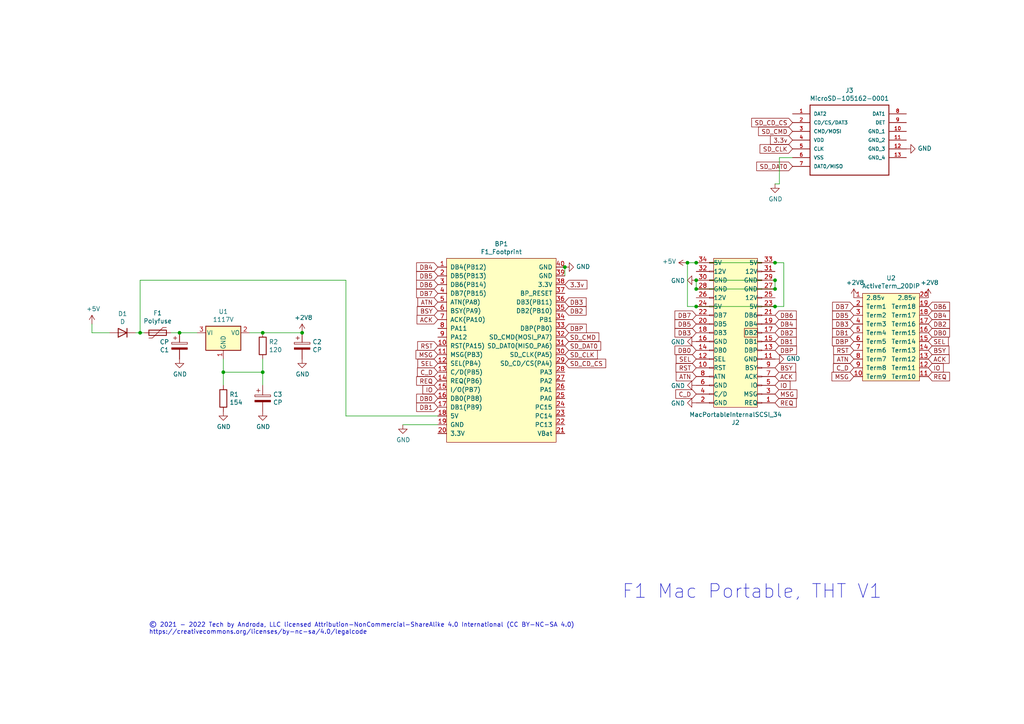
<source format=kicad_sch>
(kicad_sch (version 20211123) (generator eeschema)
  (paper "A4")
  (lib_symbols
    (symbol "Device:CP" (pin_numbers hide) (pin_names (offset 0.254))
      (property "Reference" "C" (at 0.635 2.54 0))
      (property "Value" "Device_CP" (at 0.635 -2.54 0))
      (symbol "CP_0_1"
        (rectangle (start -2.286 0.508) (end 2.286 1.016))
        (polyline (pts (xy -1.778 2.286) (xy -0.762 2.286)))
        (polyline (pts (xy -1.27 2.794) (xy -1.27 1.778)))
        (rectangle (start 2.286 -0.508) (end -2.286 -1.016) (fill (type outline)))
      )
      (symbol "CP_1_1"
        (pin passive line (at 0 3.81 270) (length 2.794) (name "~") (number "1"))
        (pin passive line (at 0 -3.81 90) (length 2.794) (name "~") (number "2"))
      )
    )
    (symbol "Device:D" (pin_numbers hide) (pin_names (offset 1.016) hide)
      (property "Reference" "D" (at 0 2.54 0))
      (property "Value" "D" (at 0 -2.54 0))
      (symbol "D_0_1"
        (polyline (pts (xy -1.27 1.27) (xy -1.27 -1.27)) (stroke (width 0.254)))
        (polyline (pts (xy 1.27 0) (xy -1.27 0)))
        (polyline (pts (xy 1.27 1.27) (xy 1.27 -1.27) (xy -1.27 0) (xy 1.27 1.27)) (stroke (width 0.254)))
      )
      (symbol "D_1_1"
        (pin passive line (at -3.81 0 0) (length 2.54) (name "K") (number "1"))
        (pin passive line (at 3.81 0 180) (length 2.54) (name "A") (number "2"))
      )
    )
    (symbol "Device:Polyfuse" (pin_numbers hide) (pin_names (offset 0))
      (property "Reference" "F" (at -2.54 0 90))
      (property "Value" "Polyfuse" (at 2.54 0 90))
      (symbol "Polyfuse_0_1"
        (rectangle (start -0.762 2.54) (end 0.762 -2.54) (stroke (width 0.254)))
        (polyline (pts (xy 0 2.54) (xy 0 -2.54)))
        (polyline (pts (xy -1.524 2.54) (xy -1.524 1.524) (xy 1.524 -1.524) (xy 1.524 -2.54)))
      )
      (symbol "Polyfuse_1_1"
        (pin passive line (at 0 3.81 270) (length 1.27) (name "~") (number "1"))
        (pin passive line (at 0 -3.81 90) (length 1.27) (name "~") (number "2"))
      )
    )
    (symbol "Device:R" (pin_numbers hide) (pin_names (offset 0))
      (property "Reference" "R" (at 2.032 0 90))
      (property "Value" "R" (at 0 0 90))
      (symbol "R_0_1"
        (rectangle (start -1.016 -2.54) (end 1.016 2.54) (stroke (width 0.254)))
      )
      (symbol "R_1_1"
        (pin passive line (at 0 3.81 270) (length 1.27) (name "~") (number "1"))
        (pin passive line (at 0 -3.81 90) (length 1.27) (name "~") (number "2"))
      )
    )
    (symbol "MacPortable_THTV1-rescue:ActiveTerm_20DIP-custom_symbols" (pin_names (offset 1.016))
      (property "Reference" "U" (at 0 0 0))
      (property "Value" "ActiveTerm_20DIP-custom_symbols" (at 0 2.54 0))
      (symbol "ActiveTerm_20DIP-custom_symbols_0_1"
        (rectangle (start -7.62 -2.54) (end 8.89 -27.94) (fill (type background)))
      )
      (symbol "ActiveTerm_20DIP-custom_symbols_1_1"
        (pin input line (at -10.16 -3.81 0) (length 2.54) (name "2.85v") (number "1"))
        (pin input line (at -10.16 -26.67 0) (length 2.54) (name "Term9") (number "10"))
        (pin input line (at 11.43 -26.67 180) (length 2.54) (name "Term10") (number "11"))
        (pin input line (at 11.43 -24.13 180) (length 2.54) (name "Term11") (number "12"))
        (pin input line (at 11.43 -21.59 180) (length 2.54) (name "Term12") (number "13"))
        (pin input line (at 11.43 -19.05 180) (length 2.54) (name "Term13") (number "14"))
        (pin input line (at 11.43 -16.51 180) (length 2.54) (name "Term14") (number "15"))
        (pin input line (at 11.43 -13.97 180) (length 2.54) (name "Term15") (number "16"))
        (pin input line (at 11.43 -11.43 180) (length 2.54) (name "Term16") (number "17"))
        (pin input line (at 11.43 -8.89 180) (length 2.54) (name "Term17") (number "18"))
        (pin input line (at 11.43 -6.35 180) (length 2.54) (name "Term18") (number "19"))
        (pin input line (at -10.16 -6.35 0) (length 2.54) (name "Term1") (number "2"))
        (pin input line (at 11.43 -3.81 180) (length 2.54) (name "2.85v") (number "20"))
        (pin input line (at -10.16 -8.89 0) (length 2.54) (name "Term2") (number "3"))
        (pin input line (at -10.16 -11.43 0) (length 2.54) (name "Term3") (number "4"))
        (pin input line (at -10.16 -13.97 0) (length 2.54) (name "Term4") (number "5"))
        (pin input line (at -10.16 -16.51 0) (length 2.54) (name "Term5") (number "6"))
        (pin input line (at -10.16 -19.05 0) (length 2.54) (name "Term6") (number "7"))
        (pin input line (at -10.16 -21.59 0) (length 2.54) (name "Term7") (number "8"))
        (pin input line (at -10.16 -24.13 0) (length 2.54) (name "Term8") (number "9"))
      )
    )
    (symbol "Regulator_Linear:AMS1117CD-2.85" (pin_names (offset 0.254))
      (property "Reference" "U" (at -3.81 3.175 0))
      (property "Value" "AMS1117CD-2.85" (at 0 3.175 0))
      (symbol "AMS1117CD-2.85_0_1"
        (rectangle (start -5.08 -5.08) (end 5.08 1.905) (stroke (width 0.254)) (fill (type background)))
      )
      (symbol "AMS1117CD-2.85_1_1"
        (pin power_in line (at 0 -7.62 90) (length 2.54) (name "GND") (number "1"))
        (pin power_out line (at 7.62 0 180) (length 2.54) (name "VO") (number "2"))
        (pin power_in line (at -7.62 0 0) (length 2.54) (name "VI") (number "3"))
      )
    )
    (symbol "custom_symbols:BlueSCSI" (pin_names (offset 1.016))
      (property "Reference" "BP" (at 0 1.27 0))
      (property "Value" "custom_symbols_BlueSCSI" (at 0 5.08 0))
      (symbol "BlueSCSI_0_1"
        (rectangle (start 16.51 -1.27) (end -15.24 -54.61) (fill (type background)))
      )
      (symbol "BlueSCSI_1_1"
        (pin bidirectional line (at -17.78 -3.81 0) (length 2.54) (name "DB4(PB12)") (number "1"))
        (pin bidirectional line (at -17.78 -26.67 0) (length 2.54) (name "RST(PA15)") (number "10"))
        (pin bidirectional line (at -17.78 -29.21 0) (length 2.54) (name "MSG(PB3)") (number "11"))
        (pin bidirectional line (at -17.78 -31.75 0) (length 2.54) (name "SEL(PB4)") (number "12"))
        (pin bidirectional line (at -17.78 -34.29 0) (length 2.54) (name "C/D(PB5)") (number "13"))
        (pin bidirectional line (at -17.78 -36.83 0) (length 2.54) (name "REQ(PB6)") (number "14"))
        (pin bidirectional line (at -17.78 -39.37 0) (length 2.54) (name "I/O(PB7)") (number "15"))
        (pin bidirectional line (at -17.78 -41.91 0) (length 2.54) (name "DB0(PB8)") (number "16"))
        (pin bidirectional line (at -17.78 -44.45 0) (length 2.54) (name "DB1(PB9)") (number "17"))
        (pin power_in line (at -17.78 -46.99 0) (length 2.54) (name "5V") (number "18"))
        (pin power_in line (at -17.78 -49.53 0) (length 2.54) (name "GND") (number "19"))
        (pin bidirectional line (at -17.78 -6.35 0) (length 2.54) (name "DB5(PB13)") (number "2"))
        (pin power_in line (at -17.78 -52.07 0) (length 2.54) (name "3.3V") (number "20"))
        (pin power_in line (at 19.05 -52.07 180) (length 2.54) (name "VBat") (number "21"))
        (pin bidirectional line (at 19.05 -49.53 180) (length 2.54) (name "PC13") (number "22"))
        (pin bidirectional line (at 19.05 -46.99 180) (length 2.54) (name "PC14") (number "23"))
        (pin bidirectional line (at 19.05 -44.45 180) (length 2.54) (name "PC15") (number "24"))
        (pin bidirectional line (at 19.05 -41.91 180) (length 2.54) (name "PA0") (number "25"))
        (pin bidirectional line (at 19.05 -39.37 180) (length 2.54) (name "PA1") (number "26"))
        (pin bidirectional line (at 19.05 -36.83 180) (length 2.54) (name "PA2") (number "27"))
        (pin bidirectional line (at 19.05 -34.29 180) (length 2.54) (name "PA3") (number "28"))
        (pin bidirectional line (at 19.05 -31.75 180) (length 2.54) (name "SD_CD/CS(PA4)") (number "29"))
        (pin bidirectional line (at -17.78 -8.89 0) (length 2.54) (name "DB6(PB14)") (number "3"))
        (pin bidirectional line (at 19.05 -29.21 180) (length 2.54) (name "SD_CLK(PA5)") (number "30"))
        (pin bidirectional line (at 19.05 -26.67 180) (length 2.54) (name "SD_DAT0(MISO_PA6)") (number "31"))
        (pin bidirectional line (at 19.05 -24.13 180) (length 2.54) (name "SD_CMD(MOSI_PA7)") (number "32"))
        (pin bidirectional line (at 19.05 -21.59 180) (length 2.54) (name "DBP(PB0)") (number "33"))
        (pin bidirectional line (at 19.05 -19.05 180) (length 2.54) (name "PB1") (number "34"))
        (pin bidirectional line (at 19.05 -16.51 180) (length 2.54) (name "DB2(PB10)") (number "35"))
        (pin bidirectional line (at 19.05 -13.97 180) (length 2.54) (name "DB3(PB11)") (number "36"))
        (pin input line (at 19.05 -11.43 180) (length 2.54) (name "BP_RESET") (number "37"))
        (pin power_in line (at 19.05 -8.89 180) (length 2.54) (name "3.3V") (number "38"))
        (pin power_in line (at 19.05 -6.35 180) (length 2.54) (name "GND") (number "39"))
        (pin bidirectional line (at -17.78 -11.43 0) (length 2.54) (name "DB7(PB15)") (number "4"))
        (pin power_in line (at 19.05 -3.81 180) (length 2.54) (name "GND") (number "40"))
        (pin bidirectional line (at -17.78 -13.97 0) (length 2.54) (name "ATN(PA8)") (number "5"))
        (pin bidirectional line (at -17.78 -16.51 0) (length 2.54) (name "BSY(PA9)") (number "6"))
        (pin bidirectional line (at -17.78 -19.05 0) (length 2.54) (name "ACK(PA10)") (number "7"))
        (pin bidirectional line (at -17.78 -21.59 0) (length 2.54) (name "PA11") (number "8"))
        (pin bidirectional line (at -17.78 -24.13 0) (length 2.54) (name "PA12") (number "9"))
      )
    )
    (symbol "custom_symbols:MacPortableInternalSCSI_34" (pin_names (offset 1.1938))
      (property "Reference" "J" (at -3.81 22.86 0))
      (property "Value" "custom_symbols_MacPortableInternalSCSI_34" (at -3.81 -22.86 0))
      (symbol "MacPortableInternalSCSI_34_0_1"
        (rectangle (start -10.16 1.27) (end -6.35 -1.27))
        (rectangle (start -10.16 21.59) (end 2.54 -21.59) (fill (type background)))
      )
      (symbol "MacPortableInternalSCSI_34_1_1"
        (rectangle (start -11.43 -20.193) (end -10.16 -20.447) (stroke (width 0.1524)))
        (rectangle (start -11.43 -17.653) (end -10.16 -17.907) (stroke (width 0.1524)))
        (rectangle (start -11.43 -15.113) (end -10.16 -15.367) (stroke (width 0.1524)))
        (rectangle (start -11.43 -12.573) (end -10.16 -12.827) (stroke (width 0.1524)))
        (rectangle (start -11.43 -10.033) (end -10.16 -10.287) (stroke (width 0.1524)))
        (rectangle (start -11.43 -7.493) (end -10.16 -7.747) (stroke (width 0.1524)))
        (rectangle (start -11.43 -4.953) (end -10.16 -5.207) (stroke (width 0.1524)))
        (rectangle (start -11.43 -2.413) (end -10.16 -2.667) (stroke (width 0.1524)))
        (rectangle (start -11.43 0.127) (end -10.16 -0.127) (stroke (width 0.1524)))
        (rectangle (start -11.43 2.667) (end -10.16 2.413) (stroke (width 0.1524)))
        (rectangle (start -11.43 5.207) (end -10.16 4.953) (stroke (width 0.1524)))
        (rectangle (start -11.43 7.747) (end -10.16 7.493) (stroke (width 0.1524)))
        (rectangle (start -11.43 10.287) (end -10.16 10.033) (stroke (width 0.1524)))
        (rectangle (start -11.43 12.827) (end -10.16 12.573) (stroke (width 0.1524)))
        (rectangle (start -11.43 15.367) (end -10.16 15.113) (stroke (width 0.1524)))
        (rectangle (start -11.43 17.907) (end -10.16 17.653) (stroke (width 0.1524)))
        (rectangle (start -11.43 20.447) (end -10.16 20.193) (stroke (width 0.1524)))
        (rectangle (start 3.81 -20.193) (end 2.54 -20.447) (stroke (width 0.1524)))
        (rectangle (start 3.81 -17.653) (end 2.54 -17.907) (stroke (width 0.1524)))
        (rectangle (start 3.81 -15.113) (end 2.54 -15.367) (stroke (width 0.1524)))
        (rectangle (start 3.81 -12.573) (end 2.54 -12.827) (stroke (width 0.1524)))
        (rectangle (start 3.81 -10.033) (end 2.54 -10.287) (stroke (width 0.1524)))
        (rectangle (start 3.81 -7.493) (end 2.54 -7.747) (stroke (width 0.1524)))
        (rectangle (start 3.81 -4.953) (end 2.54 -5.207) (stroke (width 0.1524)))
        (rectangle (start 3.81 -2.413) (end 2.54 -2.667) (stroke (width 0.1524)))
        (rectangle (start 3.81 0.127) (end 2.54 -0.127) (stroke (width 0.1524)))
        (rectangle (start 3.81 2.667) (end 2.54 2.413) (stroke (width 0.1524)))
        (rectangle (start 3.81 5.207) (end 2.54 4.953) (stroke (width 0.1524)))
        (rectangle (start 3.81 7.747) (end 2.54 7.493) (stroke (width 0.1524)))
        (rectangle (start 3.81 10.287) (end 2.54 10.033) (stroke (width 0.1524)))
        (rectangle (start 3.81 12.827) (end 2.54 12.573) (stroke (width 0.1524)))
        (rectangle (start 3.81 15.367) (end 2.54 15.113) (stroke (width 0.1524)))
        (rectangle (start 3.81 17.907) (end 2.54 17.653) (stroke (width 0.1524)))
        (rectangle (start 3.81 20.447) (end 2.54 20.193) (stroke (width 0.1524)))
        (pin passive line (at -15.24 20.32 0) (length 3.81) (name "REQ") (number "1"))
        (pin passive line (at 7.62 10.16 180) (length 3.81) (name "RST") (number "10"))
        (pin passive line (at -15.24 7.62 0) (length 3.81) (name "GND") (number "11"))
        (pin passive line (at 7.62 7.62 180) (length 3.81) (name "SEL") (number "12"))
        (pin passive line (at -15.24 5.08 0) (length 3.81) (name "DBP") (number "13"))
        (pin passive line (at 7.62 5.08 180) (length 3.81) (name "DB0") (number "14"))
        (pin passive line (at -15.24 2.54 0) (length 3.81) (name "DB1") (number "15"))
        (pin passive line (at 7.62 2.54 180) (length 3.81) (name "GND") (number "16"))
        (pin passive line (at -15.24 0 0) (length 3.81) (name "DB2") (number "17"))
        (pin passive line (at 7.62 0 180) (length 3.81) (name "DB3") (number "18"))
        (pin passive line (at -15.24 -2.54 0) (length 3.81) (name "DB4") (number "19"))
        (pin passive line (at 7.62 20.32 180) (length 3.81) (name "GND") (number "2"))
        (pin passive line (at 7.62 -2.54 180) (length 3.81) (name "DB5") (number "20"))
        (pin passive line (at -15.24 -5.08 0) (length 3.81) (name "DB6") (number "21"))
        (pin passive line (at 7.62 -5.08 180) (length 3.81) (name "DB7") (number "22"))
        (pin passive line (at -15.24 -7.62 0) (length 3.81) (name "5V") (number "23"))
        (pin passive line (at 7.62 -7.62 180) (length 3.81) (name "5V") (number "24"))
        (pin passive line (at -15.24 -10.16 0) (length 3.81) (name "12V") (number "25"))
        (pin passive line (at 7.62 -10.16 180) (length 3.81) (name "12V") (number "26"))
        (pin passive line (at -15.24 -12.7 0) (length 3.81) (name "GND") (number "27"))
        (pin passive line (at 7.62 -12.7 180) (length 3.81) (name "GND") (number "28"))
        (pin passive line (at -15.24 -15.24 0) (length 3.81) (name "GND") (number "29"))
        (pin passive line (at -15.24 17.78 0) (length 3.81) (name "MSG") (number "3"))
        (pin passive line (at 7.62 -15.24 180) (length 3.81) (name "GND") (number "30"))
        (pin passive line (at -15.24 -17.78 0) (length 3.81) (name "12V") (number "31"))
        (pin passive line (at 7.62 -17.78 180) (length 3.81) (name "12V") (number "32"))
        (pin passive line (at -15.24 -20.32 0) (length 3.81) (name "5V") (number "33"))
        (pin passive line (at 7.62 -20.32 180) (length 3.81) (name "5V") (number "34"))
        (pin passive line (at 7.62 17.78 180) (length 3.81) (name "C/D") (number "4"))
        (pin passive line (at -15.24 15.24 0) (length 3.81) (name "IO") (number "5"))
        (pin passive line (at 7.62 15.24 180) (length 3.81) (name "GND") (number "6"))
        (pin passive line (at -15.24 12.7 0) (length 3.81) (name "ACK") (number "7"))
        (pin passive line (at 7.62 12.7 180) (length 3.81) (name "ATN") (number "8"))
        (pin passive line (at -15.24 10.16 0) (length 3.81) (name "BSY") (number "9"))
      )
    )
    (symbol "custom_symbols:MicroSD-105162-0001" (pin_names (offset 1.016))
      (property "Reference" "J" (at 29.21 7.62 0))
      (property "Value" "custom_symbols_MicroSD-105162-0001" (at 29.21 5.08 0))
      (symbol "MicroSD-105162-0001_0_0"
        (polyline (pts (xy 5.08 2.54) (xy 5.08 -17.78)) (stroke (width 0.254)))
        (polyline (pts (xy 5.08 2.54) (xy 27.94 2.54)) (stroke (width 0.254)))
        (polyline (pts (xy 27.94 -17.78) (xy 5.08 -17.78)) (stroke (width 0.254)))
        (polyline (pts (xy 27.94 -17.78) (xy 27.94 2.54)) (stroke (width 0.254)))
        (pin bidirectional line (at 0 0 0) (length 5.08) (name "DAT2") (number "1"))
        (pin bidirectional line (at 33.02 -5.08 180) (length 5.08) (name "GND_1") (number "10"))
        (pin bidirectional line (at 33.02 -7.62 180) (length 5.08) (name "GND_2") (number "11"))
        (pin bidirectional line (at 33.02 -10.16 180) (length 5.08) (name "GND_3") (number "12"))
        (pin bidirectional line (at 33.02 -12.7 180) (length 5.08) (name "GND_4") (number "13"))
        (pin bidirectional line (at 0 -2.54 0) (length 5.08) (name "CD/CS/DAT3") (number "2"))
        (pin bidirectional line (at 0 -5.08 0) (length 5.08) (name "CMD/MOSI") (number "3"))
        (pin bidirectional line (at 0 -7.62 0) (length 5.08) (name "VDD") (number "4"))
        (pin bidirectional line (at 0 -10.16 0) (length 5.08) (name "CLK") (number "5"))
        (pin bidirectional line (at 0 -12.7 0) (length 5.08) (name "VSS") (number "6"))
        (pin bidirectional line (at 0 -15.24 0) (length 5.08) (name "DAT0/MISO") (number "7"))
        (pin bidirectional line (at 33.02 0 180) (length 5.08) (name "DAT1") (number "8"))
        (pin bidirectional line (at 33.02 -2.54 180) (length 5.08) (name "DET") (number "9"))
      )
    )
    (symbol "power:+2V8" (power) (pin_names (offset 0))
      (property "Value" "+2V8" (at 0 3.556 0))
      (symbol "+2V8_0_1"
        (polyline (pts (xy -0.762 1.27) (xy 0 2.54)))
        (polyline (pts (xy 0 0) (xy 0 2.54)))
        (polyline (pts (xy 0 2.54) (xy 0.762 1.27)))
      )
      (symbol "+2V8_1_1"
        (pin power_in line (at 0 0 90) (length 0) hide (name "+2V8") (number "1"))
      )
    )
    (symbol "power:+5V" (power) (pin_names (offset 0))
      (property "Value" "+5V" (at 0 3.556 0))
      (symbol "+5V_0_1"
        (polyline (pts (xy -0.762 1.27) (xy 0 2.54)))
        (polyline (pts (xy 0 0) (xy 0 2.54)))
        (polyline (pts (xy 0 2.54) (xy 0.762 1.27)))
      )
      (symbol "+5V_1_1"
        (pin power_in line (at 0 0 90) (length 0) hide (name "+5V") (number "1"))
      )
    )
    (symbol "power:GND" (power) (pin_names (offset 0))
      (property "Value" "GND" (at 0 -3.81 0))
      (symbol "GND_0_1"
        (polyline (pts (xy 0 0) (xy 0 -1.27) (xy 1.27 -1.27) (xy 0 -2.54) (xy -1.27 -1.27) (xy 0 -1.27)))
      )
      (symbol "GND_1_1"
        (pin power_in line (at 0 0 270) (length 0) hide (name "GND") (number "1"))
      )
    )
  )
  (junction (at 201.93 83.82))
  (junction (at 76.2 96.52))
  (junction (at 76.2 107.95))
  (junction (at 52.07 96.52))
  (junction (at 199.39 76.2))
  (junction (at 40.64 96.52))
  (junction (at 224.79 83.82))
  (junction (at 163.83 77.47))
  (junction (at 201.93 81.28))
  (junction (at 224.79 81.28))
  (junction (at 201.93 76.2))
  (junction (at 64.77 107.95))
  (junction (at 224.79 76.2))
  (junction (at 224.79 88.9))
  (junction (at 87.63 96.52))
  (junction (at 201.93 88.9))
  (wire (pts (xy 100.33 81.28) (xy 100.33 120.65)))
  (wire (pts (xy 31.75 96.52) (xy 26.67 96.52)))
  (wire (pts (xy 40.64 81.28) (xy 100.33 81.28)))
  (wire (pts (xy 224.79 83.82) (xy 201.93 83.82)))
  (wire (pts (xy 100.33 120.65) (xy 127 120.65)))
  (wire (pts (xy 40.64 81.28) (xy 40.64 96.52)))
  (wire (pts (xy 201.93 76.2) (xy 224.79 76.2)))
  (wire (pts (xy 201.93 88.9) (xy 199.39 88.9)))
  (wire (pts (xy 224.79 81.28) (xy 224.79 83.82)))
  (wire (pts (xy 199.39 76.2) (xy 201.93 76.2)))
  (wire (pts (xy 226.06 45.72) (xy 226.06 53.34)))
  (wire (pts (xy 201.93 81.28) (xy 224.79 81.28)))
  (wire (pts (xy 229.87 45.72) (xy 226.06 45.72)))
  (wire (pts (xy 201.93 83.82) (xy 201.93 81.28)))
  (wire (pts (xy 72.39 96.52) (xy 76.2 96.52)))
  (wire (pts (xy 49.53 96.52) (xy 52.07 96.52)))
  (wire (pts (xy 199.39 88.9) (xy 199.39 76.2)))
  (wire (pts (xy 76.2 104.14) (xy 76.2 107.95)))
  (wire (pts (xy 76.2 107.95) (xy 76.2 111.76)))
  (wire (pts (xy 224.79 88.9) (xy 201.93 88.9)))
  (wire (pts (xy 227.33 88.9) (xy 224.79 88.9)))
  (wire (pts (xy 26.67 96.52) (xy 26.67 93.98)))
  (wire (pts (xy 127 123.19) (xy 116.84 123.19)))
  (wire (pts (xy 64.77 107.95) (xy 64.77 111.76)))
  (wire (pts (xy 52.07 96.52) (xy 57.15 96.52)))
  (wire (pts (xy 64.77 104.14) (xy 64.77 107.95)))
  (wire (pts (xy 226.06 53.34) (xy 224.79 53.34)))
  (wire (pts (xy 40.64 96.52) (xy 39.37 96.52)))
  (wire (pts (xy 76.2 96.52) (xy 87.63 96.52)))
  (wire (pts (xy 41.91 96.52) (xy 40.64 96.52)))
  (wire (pts (xy 227.33 76.2) (xy 227.33 88.9)))
  (wire (pts (xy 224.79 76.2) (xy 227.33 76.2)))
  (wire (pts (xy 64.77 107.95) (xy 76.2 107.95)))
  (wire (pts (xy 163.83 80.01) (xy 163.83 77.47)))
  (text "© 2021 - 2022 Tech by Androda, LLC licensed Attribution-NonCommercial-ShareAlike 4.0 International (CC BY-NC-SA 4.0)\nhttps://creativecommons.org/licenses/by-nc-sa/4.0/legalcode" (at 43.18 184.15 0) (effects (font (size 1.27 1.27)) (justify left bottom)))
  (text "F1 Mac Portable, THT V1" (at 180.34 173.99 0) (effects (font (size 3.9878 3.9878)) (justify left bottom)))
  (global_label "SEL" (shape input) (at 127 105.41 180) (property "Intersheet References" "${INTERSHEET_REFS}" (effects hide)))
  (global_label "SD_CMD" (shape input) (at 229.87 38.1 180) (property "Intersheet References" "${INTERSHEET_REFS}" (effects hide)))
  (global_label "IO" (shape input) (at 269.24 106.68 0) (property "Intersheet References" "${INTERSHEET_REFS}" (effects hide)))
  (global_label "SD_DAT0" (shape input) (at 229.87 48.26 180) (property "Intersheet References" "${INTERSHEET_REFS}" (effects hide)))
  (global_label "SD_CLK" (shape input) (at 229.87 43.18 180) (property "Intersheet References" "${INTERSHEET_REFS}" (effects hide)))
  (global_label "MSG" (shape input) (at 224.79 114.3 0) (property "Intersheet References" "${INTERSHEET_REFS}" (effects hide)))
  (global_label "ACK" (shape input) (at 127 92.71 180) (property "Intersheet References" "${INTERSHEET_REFS}" (effects hide)))
  (global_label "ATN" (shape input) (at 201.93 109.22 180) (property "Intersheet References" "${INTERSHEET_REFS}" (effects hide)))
  (global_label "DB2" (shape input) (at 224.79 96.52 0) (property "Intersheet References" "${INTERSHEET_REFS}" (effects hide)))
  (global_label "DB5" (shape input) (at 127 80.01 180) (property "Intersheet References" "${INTERSHEET_REFS}" (effects hide)))
  (global_label "SEL" (shape input) (at 201.93 104.14 180) (property "Intersheet References" "${INTERSHEET_REFS}" (effects hide)))
  (global_label "DBP" (shape input) (at 224.79 101.6 0) (property "Intersheet References" "${INTERSHEET_REFS}" (effects hide)))
  (global_label "DB4" (shape input) (at 127 77.47 180) (property "Intersheet References" "${INTERSHEET_REFS}" (effects hide)))
  (global_label "SD_CD_CS" (shape input) (at 229.87 35.56 180) (property "Intersheet References" "${INTERSHEET_REFS}" (effects hide)))
  (global_label "DB0" (shape input) (at 127 115.57 180) (property "Intersheet References" "${INTERSHEET_REFS}" (effects hide)))
  (global_label "DB5" (shape input) (at 201.93 93.98 180) (property "Intersheet References" "${INTERSHEET_REFS}" (effects hide)))
  (global_label "DB6" (shape input) (at 224.79 91.44 0) (property "Intersheet References" "${INTERSHEET_REFS}" (effects hide)))
  (global_label "RST" (shape input) (at 201.93 106.68 180) (property "Intersheet References" "${INTERSHEET_REFS}" (effects hide)))
  (global_label "REQ" (shape input) (at 127 110.49 180) (property "Intersheet References" "${INTERSHEET_REFS}" (effects hide)))
  (global_label "DB4" (shape input) (at 224.79 93.98 0) (property "Intersheet References" "${INTERSHEET_REFS}" (effects hide)))
  (global_label "C_D" (shape input) (at 247.65 106.68 180) (property "Intersheet References" "${INTERSHEET_REFS}" (effects hide)))
  (global_label "3.3v" (shape input) (at 163.83 82.55 0) (property "Intersheet References" "${INTERSHEET_REFS}" (effects hide)))
  (global_label "RST" (shape input) (at 127 100.33 180) (property "Intersheet References" "${INTERSHEET_REFS}" (effects hide)))
  (global_label "RST" (shape input) (at 247.65 101.6 180) (property "Intersheet References" "${INTERSHEET_REFS}" (effects hide)))
  (global_label "3.3v" (shape input) (at 229.87 40.64 180) (property "Intersheet References" "${INTERSHEET_REFS}" (effects hide)))
  (global_label "MSG" (shape input) (at 247.65 109.22 180) (property "Intersheet References" "${INTERSHEET_REFS}" (effects hide)))
  (global_label "DBP" (shape input) (at 247.65 99.06 180) (property "Intersheet References" "${INTERSHEET_REFS}" (effects hide)))
  (global_label "DB2" (shape input) (at 269.24 93.98 0) (property "Intersheet References" "${INTERSHEET_REFS}" (effects hide)))
  (global_label "IO" (shape input) (at 224.79 111.76 0) (property "Intersheet References" "${INTERSHEET_REFS}" (effects hide)))
  (global_label "DB7" (shape input) (at 247.65 88.9 180) (property "Intersheet References" "${INTERSHEET_REFS}" (effects hide)))
  (global_label "DB1" (shape input) (at 127 118.11 180) (property "Intersheet References" "${INTERSHEET_REFS}" (effects hide)))
  (global_label "DB7" (shape input) (at 201.93 91.44 180) (property "Intersheet References" "${INTERSHEET_REFS}" (effects hide)))
  (global_label "DB2" (shape input) (at 163.83 90.17 0) (property "Intersheet References" "${INTERSHEET_REFS}" (effects hide)))
  (global_label "DB6" (shape input) (at 269.24 88.9 0) (property "Intersheet References" "${INTERSHEET_REFS}" (effects hide)))
  (global_label "ACK" (shape input) (at 224.79 109.22 0) (property "Intersheet References" "${INTERSHEET_REFS}" (effects hide)))
  (global_label "C_D" (shape input) (at 127 107.95 180) (property "Intersheet References" "${INTERSHEET_REFS}" (effects hide)))
  (global_label "DB0" (shape input) (at 269.24 96.52 0) (property "Intersheet References" "${INTERSHEET_REFS}" (effects hide)))
  (global_label "DB3" (shape input) (at 163.83 87.63 0) (property "Intersheet References" "${INTERSHEET_REFS}" (effects hide)))
  (global_label "BSY" (shape input) (at 127 90.17 180) (property "Intersheet References" "${INTERSHEET_REFS}" (effects hide)))
  (global_label "ATN" (shape input) (at 127 87.63 180) (property "Intersheet References" "${INTERSHEET_REFS}" (effects hide)))
  (global_label "SD_CD_CS" (shape input) (at 163.83 105.41 0) (property "Intersheet References" "${INTERSHEET_REFS}" (effects hide)))
  (global_label "ACK" (shape input) (at 269.24 104.14 0) (property "Intersheet References" "${INTERSHEET_REFS}" (effects hide)))
  (global_label "DBP" (shape input) (at 163.83 95.25 0) (property "Intersheet References" "${INTERSHEET_REFS}" (effects hide)))
  (global_label "DB5" (shape input) (at 247.65 91.44 180) (property "Intersheet References" "${INTERSHEET_REFS}" (effects hide)))
  (global_label "DB4" (shape input) (at 269.24 91.44 0) (property "Intersheet References" "${INTERSHEET_REFS}" (effects hide)))
  (global_label "DB6" (shape input) (at 127 82.55 180) (property "Intersheet References" "${INTERSHEET_REFS}" (effects hide)))
  (global_label "DB0" (shape input) (at 201.93 101.6 180) (property "Intersheet References" "${INTERSHEET_REFS}" (effects hide)))
  (global_label "REQ" (shape input) (at 269.24 109.22 0) (property "Intersheet References" "${INTERSHEET_REFS}" (effects hide)))
  (global_label "C_D" (shape input) (at 201.93 114.3 180) (property "Intersheet References" "${INTERSHEET_REFS}" (effects hide)))
  (global_label "SD_CLK" (shape input) (at 163.83 102.87 0) (property "Intersheet References" "${INTERSHEET_REFS}" (effects hide)))
  (global_label "DB1" (shape input) (at 224.79 99.06 0) (property "Intersheet References" "${INTERSHEET_REFS}" (effects hide)))
  (global_label "BSY" (shape input) (at 224.79 106.68 0) (property "Intersheet References" "${INTERSHEET_REFS}" (effects hide)))
  (global_label "DB7" (shape input) (at 127 85.09 180) (property "Intersheet References" "${INTERSHEET_REFS}" (effects hide)))
  (global_label "REQ" (shape input) (at 224.79 116.84 0) (property "Intersheet References" "${INTERSHEET_REFS}" (effects hide)))
  (global_label "MSG" (shape input) (at 127 102.87 180) (property "Intersheet References" "${INTERSHEET_REFS}" (effects hide)))
  (global_label "SD_DAT0" (shape input) (at 163.83 100.33 0) (property "Intersheet References" "${INTERSHEET_REFS}" (effects hide)))
  (global_label "ATN" (shape input) (at 247.65 104.14 180) (property "Intersheet References" "${INTERSHEET_REFS}" (effects hide)))
  (global_label "DB3" (shape input) (at 201.93 96.52 180) (property "Intersheet References" "${INTERSHEET_REFS}" (effects hide)))
  (global_label "SEL" (shape input) (at 269.24 99.06 0) (property "Intersheet References" "${INTERSHEET_REFS}" (effects hide)))
  (global_label "IO" (shape input) (at 127 113.03 180) (property "Intersheet References" "${INTERSHEET_REFS}" (effects hide)))
  (global_label "SD_CMD" (shape input) (at 163.83 97.79 0) (property "Intersheet References" "${INTERSHEET_REFS}" (effects hide)))
  (global_label "DB3" (shape input) (at 247.65 93.98 180) (property "Intersheet References" "${INTERSHEET_REFS}" (effects hide)))
  (global_label "BSY" (shape input) (at 269.24 101.6 0) (property "Intersheet References" "${INTERSHEET_REFS}" (effects hide)))
  (global_label "DB1" (shape input) (at 247.65 96.52 180) (property "Intersheet References" "${INTERSHEET_REFS}" (effects hide)))
  (symbol (lib_id "Regulator_Linear:AMS1117CD-2.85") (at 64.77 96.52 0) (unit 1)
    (property "Reference" "U1" (at 64.77 90.3732 0))
    (property "Value" "1117V" (at 64.77 92.6846 0))
    (property "Footprint" "Package_TO_SOT_THT:TO-220-3_Horizontal_TabDown" (effects hide))
    (property "Datasheet" "http://www.advanced-monolithic.com/pdf/ds1117.pdf" (effects hide))
  )
  (symbol (lib_id "power:+5V") (at 26.67 93.98 0) (unit 1)
    (property "Reference" "#PWR0111" (effects hide))
    (property "Value" "+5V" (at 27.051 89.5858 0))
  )
  (symbol (lib_id "power:GND") (at 64.77 119.38 0) (unit 1)
    (property "Reference" "#PWR0112" (effects hide))
    (property "Value" "GND" (at 64.897 123.7742 0))
  )
  (symbol (lib_id "power:+2V8") (at 87.63 96.52 0) (unit 1)
    (property "Reference" "#PWR0113" (effects hide))
    (property "Value" "+2V8" (at 88.011 92.1258 0))
  )
  (symbol (lib_id "Device:CP") (at 87.63 100.33 0) (unit 1)
    (property "Reference" "C2" (at 90.6272 99.1616 0) (effects (justify left)))
    (property "Value" "CP" (at 90.6272 101.473 0) (effects (justify left)))
    (property "Footprint" "Capacitor_SMD:C_1206_3216Metric_Pad1.42x1.75mm_HandSolder" (effects hide))
  )
  (symbol (lib_id "Device:CP") (at 52.07 100.33 0) (unit 1)
    (property "Reference" "C1" (at 49.0728 101.4984 0) (effects (justify right)))
    (property "Value" "CP" (at 49.0728 99.187 0) (effects (justify right)))
    (property "Footprint" "Capacitor_SMD:C_1206_3216Metric_Pad1.42x1.75mm_HandSolder" (effects hide))
  )
  (symbol (lib_id "power:GND") (at 52.07 104.14 0) (unit 1)
    (property "Reference" "#PWR0114" (effects hide))
    (property "Value" "GND" (at 52.197 108.5342 0))
  )
  (symbol (lib_id "power:GND") (at 87.63 104.14 0) (unit 1)
    (property "Reference" "#PWR0115" (effects hide))
    (property "Value" "GND" (at 87.757 108.5342 0))
  )
  (symbol (lib_id "Device:D") (at 35.56 96.52 180) (unit 1)
    (property "Reference" "D1" (at 35.56 91.0082 0))
    (property "Value" "D" (at 35.56 93.3196 0))
    (property "Footprint" "Diode_THT:D_A-405_P10.16mm_Horizontal" (effects hide))
  )
  (symbol (lib_id "custom_symbols:MacPortableInternalSCSI_34") (at 209.55 96.52 180) (unit 1)
    (property "Reference" "J2" (at 213.36 122.555 0))
    (property "Value" "MacPortableInternalSCSI_34" (at 213.36 120.2436 0))
    (property "Footprint" "Connector_PinHeader_2.54mm:PinHeader_2x17_P2.54mm_Vertical" (effects hide))
  )
  (symbol (lib_id "power:+5V") (at 199.39 76.2 90) (unit 1)
    (property "Reference" "#PWR0101" (effects hide))
    (property "Value" "+5V" (at 196.1388 75.819 90) (effects (justify left)))
  )
  (symbol (lib_id "power:GND") (at 201.93 81.28 270) (unit 1)
    (property "Reference" "#PWR0102" (effects hide))
    (property "Value" "GND" (at 198.6788 81.407 90) (effects (justify right)))
  )
  (symbol (lib_id "power:GND") (at 224.79 104.14 90) (unit 1)
    (property "Reference" "#PWR0107" (effects hide))
    (property "Value" "GND" (at 228.0412 104.013 90) (effects (justify right)))
  )
  (symbol (lib_id "power:GND") (at 201.93 116.84 270) (unit 1)
    (property "Reference" "#PWR0108" (effects hide))
    (property "Value" "GND" (at 198.6788 116.967 90) (effects (justify right)))
  )
  (symbol (lib_id "power:GND") (at 201.93 111.76 270) (unit 1)
    (property "Reference" "#PWR0109" (effects hide))
    (property "Value" "GND" (at 198.6788 111.887 90) (effects (justify right)))
  )
  (symbol (lib_id "power:GND") (at 201.93 99.06 270) (unit 1)
    (property "Reference" "#PWR0110" (effects hide))
    (property "Value" "GND" (at 198.6788 99.187 90) (effects (justify right)))
  )
  (symbol (lib_id "custom_symbols:BlueSCSI") (at 144.78 73.66 0) (unit 1)
    (property "Reference" "BP1" (at 145.415 70.739 0))
    (property "Value" "F1_Footprint" (at 145.415 73.0504 0))
    (property "Footprint" "CustomFootprints:BluePillModule" (effects hide))
  )
  (symbol (lib_id "custom_symbols:MicroSD-105162-0001") (at 229.87 33.02 0) (unit 1)
    (property "Reference" "J3" (at 246.38 26.2382 0))
    (property "Value" "MicroSD-105162-0001" (at 246.38 28.5496 0))
    (property "Footprint" "CustomFootprints:microsd_molex_1051620001" (effects hide))
    (property "MANUFACTURER_PART_NUMBER" "105162-0001" (effects hide))
    (property "HEIGHT" "mm" (effects hide))
    (property "MOUSER_PART_NUMBER" "538-105162-0001" (effects hide))
    (property "DESCRIPTION" "Memory Card Connectors 1.45H MICRO SD HEADER WITH D/C PIN" (effects hide))
    (property "MANUFACTURER_NAME" "Molex" (effects hide))
    (property "MOUSER_PRICE-STOCK" "https://www.mouser.co.uk/ProductDetail/Molex/105162-0001?qs=1fNsfHe5VsK8daqlgKxZfQ%3D%3D" (effects hide))
  )
  (symbol (lib_id "power:GND") (at 262.89 43.18 90) (unit 1)
    (property "Reference" "#PWR0103" (effects hide))
    (property "Value" "GND" (at 266.1412 43.053 90) (effects (justify right)))
  )
  (symbol (lib_id "power:GND") (at 224.79 53.34 0) (unit 1)
    (property "Reference" "#PWR0134" (effects hide))
    (property "Value" "GND" (at 224.917 57.7342 0))
  )
  (symbol (lib_id "power:GND") (at 163.83 77.47 90) (unit 1)
    (property "Reference" "#PWR0104" (effects hide))
    (property "Value" "GND" (at 167.0812 77.343 90) (effects (justify right)))
  )
  (symbol (lib_id "power:GND") (at 116.84 123.19 0) (unit 1)
    (property "Reference" "#PWR0106" (effects hide))
    (property "Value" "GND" (at 116.967 127.5842 0))
  )
  (symbol (lib_id "Device:Polyfuse") (at 45.72 96.52 270) (unit 1)
    (property "Reference" "F1" (at 45.72 90.805 90))
    (property "Value" "Polyfuse" (at 45.72 93.1164 90))
    (property "Footprint" "CustomFootprints:Fuse_BelFuse_0ZRE0005FF_L8.3mm_W3.8mm" (effects hide))
  )
  (symbol (lib_id "Device:R") (at 64.77 115.57 0) (unit 1)
    (property "Reference" "R1" (at 66.548 114.4016 0) (effects (justify left)))
    (property "Value" "154" (at 66.548 116.713 0) (effects (justify left)))
    (property "Footprint" "Resistor_THT:R_Axial_DIN0207_L6.3mm_D2.5mm_P10.16mm_Horizontal" (effects hide))
  )
  (symbol (lib_id "Device:R") (at 76.2 100.33 0) (unit 1)
    (property "Reference" "R2" (at 77.978 99.1616 0) (effects (justify left)))
    (property "Value" "120" (at 77.978 101.473 0) (effects (justify left)))
    (property "Footprint" "Resistor_THT:R_Axial_DIN0204_L3.6mm_D1.6mm_P5.08mm_Vertical" (effects hide))
  )
  (symbol (lib_id "Device:CP") (at 76.2 115.57 0) (unit 1)
    (property "Reference" "C3" (at 79.1972 114.4016 0) (effects (justify left)))
    (property "Value" "CP" (at 79.1972 116.713 0) (effects (justify left)))
    (property "Footprint" "Capacitor_SMD:C_1206_3216Metric_Pad1.42x1.75mm_HandSolder" (effects hide))
  )
  (symbol (lib_id "power:GND") (at 76.2 119.38 0) (unit 1)
    (property "Reference" "#PWR0105" (effects hide))
    (property "Value" "GND" (at 76.327 123.7742 0))
  )
  (symbol (lib_id "MacPortable_THTV1-rescue:ActiveTerm_20DIP-custom_symbols") (at 257.81 82.55 0) (unit 1)
    (property "Reference" "U2" (at 258.445 80.645 0))
    (property "Value" "ActiveTerm_20DIP" (at 258.445 82.9564 0))
    (property "Footprint" "Package_DIP:DIP-20_W7.62mm_Socket" (effects hide))
  )
  (symbol (lib_id "power:+2V8") (at 247.65 86.36 0) (unit 1)
    (property "Reference" "#PWR0116" (effects hide))
    (property "Value" "+2V8" (at 248.031 81.9658 0))
  )
  (symbol (lib_id "power:+2V8") (at 269.24 86.36 0) (unit 1)
    (property "Reference" "#PWR0117" (effects hide))
    (property "Value" "+2V8" (at 269.621 81.9658 0))
  )
)
</source>
